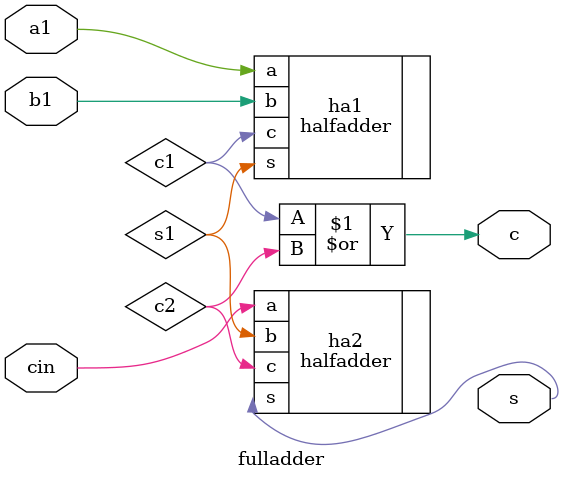
<source format=v>
`timescale 1ns / 1ps



module fulladder(

    input a1,b1,cin,
    output s,c
    );
    
    wire s1,c1,c2;
    
    halfadder ha1(
    .a(a1), .b(b1), .c(c1), .s(s1));
    
    halfadder ha2(
    .a(cin), .b(s1), .c(c2), .s(s));
    
    assign c=(c1 | c2);
    
endmodule

</source>
